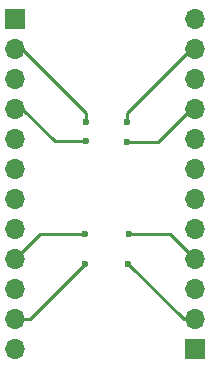
<source format=gbr>
%TF.GenerationSoftware,KiCad,Pcbnew,9.0.0*%
%TF.CreationDate,2025-03-05T17:01:43+13:00*%
%TF.ProjectId,SOIC-24_to_DIP-24_adapter,534f4943-2d32-4345-9f74-6f5f4449502d,rev?*%
%TF.SameCoordinates,Original*%
%TF.FileFunction,Copper,L2,Bot*%
%TF.FilePolarity,Positive*%
%FSLAX46Y46*%
G04 Gerber Fmt 4.6, Leading zero omitted, Abs format (unit mm)*
G04 Created by KiCad (PCBNEW 9.0.0) date 2025-03-05 17:01:43*
%MOMM*%
%LPD*%
G01*
G04 APERTURE LIST*
%TA.AperFunction,ComponentPad*%
%ADD10R,1.700000X1.700000*%
%TD*%
%TA.AperFunction,ComponentPad*%
%ADD11O,1.700000X1.700000*%
%TD*%
%TA.AperFunction,ViaPad*%
%ADD12C,0.600000*%
%TD*%
%TA.AperFunction,Conductor*%
%ADD13C,0.250000*%
%TD*%
G04 APERTURE END LIST*
D10*
%TO.P,J1,1,Pin_1*%
%TO.N,Net-(IC1-A7)*%
X145094000Y-86775000D03*
D11*
%TO.P,J1,2,Pin_2*%
%TO.N,Net-(IC1-A6)*%
X145094000Y-89315000D03*
%TO.P,J1,3,Pin_3*%
%TO.N,Net-(IC1-A5)*%
X145094000Y-91855000D03*
%TO.P,J1,4,Pin_4*%
%TO.N,Net-(IC1-A4)*%
X145094000Y-94395000D03*
%TO.P,J1,5,Pin_5*%
%TO.N,Net-(IC1-A3)*%
X145094000Y-96935000D03*
%TO.P,J1,6,Pin_6*%
%TO.N,Net-(IC1-A2)*%
X145094000Y-99475000D03*
%TO.P,J1,7,Pin_7*%
%TO.N,Net-(IC1-A1)*%
X145094000Y-102015000D03*
%TO.P,J1,8,Pin_8*%
%TO.N,Net-(IC1-A0)*%
X145094000Y-104555000D03*
%TO.P,J1,9,Pin_9*%
%TO.N,Net-(IC1-I{slash}O_0)*%
X145094000Y-107095000D03*
%TO.P,J1,10,Pin_10*%
%TO.N,Net-(IC1-I{slash}O_1)*%
X145094000Y-109635000D03*
%TO.P,J1,11,Pin_11*%
%TO.N,Net-(IC1-I{slash}O_2)*%
X145094000Y-112175000D03*
%TO.P,J1,12,Pin_12*%
%TO.N,GND*%
X145094000Y-114715000D03*
%TD*%
D10*
%TO.P,J2,1,Pin_1*%
%TO.N,Net-(IC1-I{slash}O_3)*%
X160335360Y-114725000D03*
D11*
%TO.P,J2,2,Pin_2*%
%TO.N,Net-(IC1-I{slash}O_4)*%
X160335360Y-112185000D03*
%TO.P,J2,3,Pin_3*%
%TO.N,Net-(IC1-I{slash}O_5)*%
X160335360Y-109645000D03*
%TO.P,J2,4,Pin_4*%
%TO.N,Net-(IC1-I{slash}O_6)*%
X160335360Y-107105000D03*
%TO.P,J2,5,Pin_5*%
%TO.N,Net-(IC1-I{slash}O_7)*%
X160335360Y-104565000D03*
%TO.P,J2,6,Pin_6*%
%TO.N,Net-(IC1-~{CS})*%
X160335360Y-102025000D03*
%TO.P,J2,7,Pin_7*%
%TO.N,Net-(IC1-A10)*%
X160335360Y-99485000D03*
%TO.P,J2,8,Pin_8*%
%TO.N,Net-(IC1-~{OE})*%
X160335360Y-96945000D03*
%TO.P,J2,9,Pin_9*%
%TO.N,Net-(IC1-~{WE})*%
X160335360Y-94405000D03*
%TO.P,J2,10,Pin_10*%
%TO.N,Net-(IC1-A9)*%
X160335360Y-91865000D03*
%TO.P,J2,11,Pin_11*%
%TO.N,Net-(IC1-A8)*%
X160335360Y-89325000D03*
%TO.P,J2,12,Pin_12*%
%TO.N,VCC*%
X160335360Y-86785000D03*
%TD*%
D12*
%TO.N,Net-(IC1-A6)*%
X151107050Y-95481297D03*
%TO.N,Net-(IC1-A4)*%
X151083463Y-97132426D03*
%TO.N,Net-(IC1-I{slash}O_0)*%
X151000000Y-105000000D03*
%TO.N,Net-(IC1-I{slash}O_2)*%
X150985000Y-107527640D03*
%TO.N,Net-(IC1-I{slash}O_4)*%
X154695000Y-107513684D03*
%TO.N,Net-(IC1-I{slash}O_6)*%
X154750000Y-105000000D03*
%TO.N,Net-(IC1-~{WE})*%
X154600000Y-97179601D03*
%TO.N,Net-(IC1-A8)*%
X154574422Y-95457709D03*
%TD*%
D13*
%TO.N,Net-(IC1-A6)*%
X151107050Y-95481297D02*
X151107050Y-94722050D01*
X151107050Y-94722050D02*
X145700000Y-89315000D01*
%TO.N,Net-(IC1-A4)*%
X148437426Y-97132426D02*
X145700000Y-94395000D01*
X151083463Y-97132426D02*
X148437426Y-97132426D01*
%TO.N,Net-(IC1-I{slash}O_0)*%
X147189000Y-105000000D02*
X145094000Y-107095000D01*
X151000000Y-105000000D02*
X147189000Y-105000000D01*
%TO.N,Net-(IC1-I{slash}O_2)*%
X146337534Y-112175000D02*
X145094000Y-112175000D01*
X146337534Y-112175000D02*
X150984894Y-107527640D01*
%TO.N,Net-(IC1-I{slash}O_4)*%
X159366316Y-112185000D02*
X160335360Y-112185000D01*
X154695000Y-107513684D02*
X159366316Y-112185000D01*
%TO.N,Net-(IC1-I{slash}O_6)*%
X160335360Y-107105000D02*
X158230360Y-105000000D01*
X158230360Y-105000000D02*
X154750000Y-105000000D01*
%TO.N,Net-(IC1-~{WE})*%
X154527247Y-97179601D02*
X157225399Y-97179601D01*
X157225399Y-97179601D02*
X160000000Y-94405000D01*
X157225399Y-97179601D02*
X154600000Y-97179601D01*
%TO.N,Net-(IC1-A8)*%
X154574422Y-94750578D02*
X160000000Y-89325000D01*
X154574422Y-95457709D02*
X154574422Y-94750578D01*
%TD*%
M02*

</source>
